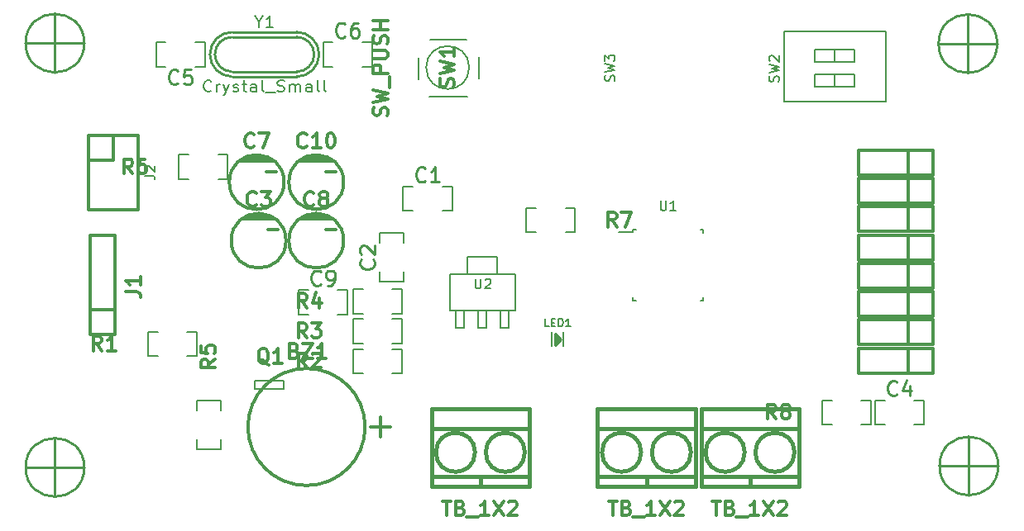
<source format=gbr>
G04 #@! TF.FileFunction,Legend,Top*
%FSLAX46Y46*%
G04 Gerber Fmt 4.6, Leading zero omitted, Abs format (unit mm)*
G04 Created by KiCad (PCBNEW 4.0.7) date 10/01/18 00:26:36*
%MOMM*%
%LPD*%
G01*
G04 APERTURE LIST*
%ADD10C,0.100000*%
%ADD11C,0.304800*%
%ADD12C,0.378460*%
%ADD13C,0.150000*%
%ADD14C,0.127000*%
%ADD15C,0.300000*%
%ADD16C,0.381000*%
%ADD17C,0.254000*%
%ADD18C,0.203200*%
%ADD19C,0.149860*%
%ADD20C,0.200660*%
%ADD21C,0.152400*%
G04 APERTURE END LIST*
D10*
D11*
X175490000Y-89170000D02*
X175490000Y-86630000D01*
X175490000Y-86630000D02*
X183110000Y-86630000D01*
X183110000Y-89170000D02*
X175490000Y-89170000D01*
X180570000Y-89170000D02*
X180570000Y-86630000D01*
X183110000Y-89170000D02*
X183110000Y-86630000D01*
X175490000Y-86270000D02*
X175490000Y-83730000D01*
X175490000Y-83730000D02*
X183110000Y-83730000D01*
X183110000Y-86270000D02*
X175490000Y-86270000D01*
X180570000Y-86270000D02*
X180570000Y-83730000D01*
X183110000Y-86270000D02*
X183110000Y-83730000D01*
X175490000Y-77570000D02*
X175490000Y-75030000D01*
X175490000Y-75030000D02*
X183110000Y-75030000D01*
X183110000Y-77570000D02*
X175490000Y-77570000D01*
X180570000Y-77570000D02*
X180570000Y-75030000D01*
X183110000Y-77570000D02*
X183110000Y-75030000D01*
X175490000Y-74670000D02*
X175490000Y-72130000D01*
X175490000Y-72130000D02*
X183110000Y-72130000D01*
X183110000Y-74670000D02*
X175490000Y-74670000D01*
X180570000Y-74670000D02*
X180570000Y-72130000D01*
X183110000Y-74670000D02*
X183110000Y-72130000D01*
X175490000Y-92070000D02*
X175490000Y-89530000D01*
X175490000Y-89530000D02*
X183110000Y-89530000D01*
X183110000Y-92070000D02*
X175490000Y-92070000D01*
X180570000Y-92070000D02*
X180570000Y-89530000D01*
X183110000Y-92070000D02*
X183110000Y-89530000D01*
X175490000Y-80470000D02*
X175490000Y-77930000D01*
X175490000Y-77930000D02*
X183110000Y-77930000D01*
X183110000Y-80470000D02*
X175490000Y-80470000D01*
X180570000Y-80470000D02*
X180570000Y-77930000D01*
X183110000Y-80470000D02*
X183110000Y-77930000D01*
X175490000Y-83370000D02*
X175490000Y-80830000D01*
X175490000Y-80830000D02*
X183110000Y-80830000D01*
X183110000Y-83370000D02*
X175490000Y-83370000D01*
X180570000Y-83370000D02*
X180570000Y-80830000D01*
X183110000Y-83370000D02*
X183110000Y-80830000D01*
X175490000Y-71770000D02*
X175490000Y-69230000D01*
X175490000Y-69230000D02*
X183110000Y-69230000D01*
X183110000Y-71770000D02*
X175490000Y-71770000D01*
X180570000Y-71770000D02*
X180570000Y-69230000D01*
X183110000Y-71770000D02*
X183110000Y-69230000D01*
D12*
X125600000Y-97600000D02*
X127600000Y-97600000D01*
X126600000Y-98600000D02*
X126600000Y-96600000D01*
X125000000Y-97600000D02*
G75*
G03X125000000Y-97600000I-6000000J0D01*
G01*
D13*
X132900000Y-75450000D02*
X133900000Y-75450000D01*
X132900000Y-72950000D02*
X133900000Y-72950000D01*
X129900000Y-72950000D02*
X128900000Y-72950000D01*
X129900000Y-75450000D02*
X128900000Y-75450000D01*
D14*
X128900000Y-72950000D02*
X128900000Y-75450000D01*
X133900000Y-75450000D02*
X133900000Y-72950000D01*
D13*
X128950000Y-78700000D02*
X128950000Y-77700000D01*
X126450000Y-78700000D02*
X126450000Y-77700000D01*
X126450000Y-81700000D02*
X126450000Y-82700000D01*
X128950000Y-81700000D02*
X128950000Y-82700000D01*
D14*
X126450000Y-82700000D02*
X128950000Y-82700000D01*
X128950000Y-77700000D02*
X126450000Y-77700000D01*
D11*
X113300000Y-75900000D02*
X114900000Y-75900000D01*
X112800000Y-76100000D02*
X115400000Y-76100000D01*
X112400000Y-76300000D02*
X115800000Y-76300000D01*
X116900000Y-78500000D02*
G75*
G03X116900000Y-78500000I-2800000J0D01*
G01*
D15*
X115100000Y-77400000D02*
X116100000Y-77400000D01*
D13*
X181200000Y-97350000D02*
X182200000Y-97350000D01*
X181200000Y-94850000D02*
X182200000Y-94850000D01*
X178200000Y-94850000D02*
X177200000Y-94850000D01*
X178200000Y-97350000D02*
X177200000Y-97350000D01*
D14*
X177200000Y-94850000D02*
X177200000Y-97350000D01*
X182200000Y-97350000D02*
X182200000Y-94850000D01*
D13*
X104600000Y-58150000D02*
X103600000Y-58150000D01*
X104600000Y-60650000D02*
X103600000Y-60650000D01*
X107600000Y-60650000D02*
X108600000Y-60650000D01*
X107600000Y-58150000D02*
X108600000Y-58150000D01*
D14*
X108600000Y-60650000D02*
X108600000Y-58150000D01*
X103600000Y-58150000D02*
X103600000Y-60650000D01*
D13*
X124700000Y-60650000D02*
X125700000Y-60650000D01*
X124700000Y-58150000D02*
X125700000Y-58150000D01*
X121700000Y-58150000D02*
X120700000Y-58150000D01*
X121700000Y-60650000D02*
X120700000Y-60650000D01*
D14*
X120700000Y-58150000D02*
X120700000Y-60650000D01*
X125700000Y-60650000D02*
X125700000Y-58150000D01*
D11*
X113100000Y-69900000D02*
X114700000Y-69900000D01*
X112600000Y-70100000D02*
X115200000Y-70100000D01*
X112200000Y-70300000D02*
X115600000Y-70300000D01*
X116700000Y-72500000D02*
G75*
G03X116700000Y-72500000I-2800000J0D01*
G01*
D15*
X114900000Y-71400000D02*
X115900000Y-71400000D01*
D11*
X119200000Y-75900000D02*
X120800000Y-75900000D01*
X118700000Y-76100000D02*
X121300000Y-76100000D01*
X118300000Y-76300000D02*
X121700000Y-76300000D01*
X122800000Y-78500000D02*
G75*
G03X122800000Y-78500000I-2800000J0D01*
G01*
D15*
X121000000Y-77400000D02*
X122000000Y-77400000D01*
D13*
X122200000Y-86050000D02*
X123200000Y-86050000D01*
X122200000Y-83550000D02*
X123200000Y-83550000D01*
X119200000Y-83550000D02*
X118200000Y-83550000D01*
X119200000Y-86050000D02*
X118200000Y-86050000D01*
D14*
X118200000Y-83550000D02*
X118200000Y-86050000D01*
X123200000Y-86050000D02*
X123200000Y-83550000D01*
D11*
X119200000Y-69900000D02*
X120800000Y-69900000D01*
X118700000Y-70100000D02*
X121300000Y-70100000D01*
X118300000Y-70300000D02*
X121700000Y-70300000D01*
X122800000Y-72500000D02*
G75*
G03X122800000Y-72500000I-2800000J0D01*
G01*
D15*
X121000000Y-71400000D02*
X122000000Y-71400000D01*
D11*
X96830000Y-85540000D02*
X99370000Y-85540000D01*
X99370000Y-77920000D02*
X99370000Y-88080000D01*
X96830000Y-88080000D02*
X96830000Y-77920000D01*
X99370000Y-88080000D02*
X96830000Y-88080000D01*
X96830000Y-77920000D02*
X99370000Y-77920000D01*
X101740000Y-67690000D02*
X101740000Y-75310000D01*
X101740000Y-75310000D02*
X96660000Y-75310000D01*
X96660000Y-75310000D02*
X96660000Y-67690000D01*
X99200000Y-67690000D02*
X99200000Y-70230000D01*
X99200000Y-70230000D02*
X96660000Y-70230000D01*
X101740000Y-67690000D02*
X96660000Y-67690000D01*
D16*
X136800000Y-102740000D02*
X136800000Y-103684500D01*
X141350000Y-100200000D02*
G75*
G03X141350000Y-100200000I-2000000J0D01*
G01*
X136250000Y-100200000D02*
G75*
G03X136250000Y-100200000I-2000000J0D01*
G01*
X131800000Y-102700000D02*
X141800000Y-102700000D01*
X131800000Y-97800000D02*
X141800000Y-97800000D01*
X131816500Y-103692500D02*
X141816500Y-103692500D01*
X141816500Y-103692500D02*
X141816500Y-95755000D01*
X141816500Y-95755000D02*
X131816500Y-95755000D01*
X131783500Y-95755000D02*
X131783500Y-103692500D01*
X153800000Y-102740000D02*
X153800000Y-103684500D01*
X158350000Y-100200000D02*
G75*
G03X158350000Y-100200000I-2000000J0D01*
G01*
X153250000Y-100200000D02*
G75*
G03X153250000Y-100200000I-2000000J0D01*
G01*
X148800000Y-102700000D02*
X158800000Y-102700000D01*
X148800000Y-97800000D02*
X158800000Y-97800000D01*
X148816500Y-103692500D02*
X158816500Y-103692500D01*
X158816500Y-103692500D02*
X158816500Y-95755000D01*
X158816500Y-95755000D02*
X148816500Y-95755000D01*
X148783500Y-95755000D02*
X148783500Y-103692500D01*
X164400000Y-102740000D02*
X164400000Y-103684500D01*
X168950000Y-100200000D02*
G75*
G03X168950000Y-100200000I-2000000J0D01*
G01*
X163850000Y-100200000D02*
G75*
G03X163850000Y-100200000I-2000000J0D01*
G01*
X159400000Y-102700000D02*
X169400000Y-102700000D01*
X159400000Y-97800000D02*
X169400000Y-97800000D01*
X159416500Y-103692500D02*
X169416500Y-103692500D01*
X169416500Y-103692500D02*
X169416500Y-95755000D01*
X169416500Y-95755000D02*
X159416500Y-95755000D01*
X159383500Y-95755000D02*
X159383500Y-103692500D01*
D17*
X144700000Y-88399340D02*
X144700000Y-88699060D01*
X144600940Y-88899720D02*
X144600940Y-88300280D01*
X144400280Y-88000560D02*
X144400280Y-89199440D01*
X144400280Y-89199440D02*
X144999720Y-88600000D01*
X144999720Y-88600000D02*
X144400280Y-88000560D01*
D18*
X145284200Y-89336600D02*
X145284200Y-87863400D01*
X144115800Y-87863400D02*
X144115800Y-89336600D01*
D14*
X113702800Y-92900000D02*
X116700000Y-92900000D01*
X116700000Y-92900000D02*
X116700000Y-93700000D01*
X116700000Y-93700000D02*
X113702800Y-93700000D01*
X113700000Y-93700000D02*
X113700000Y-92900000D01*
D13*
X106800000Y-87850000D02*
X107800000Y-87850000D01*
X106800000Y-90350000D02*
X107800000Y-90350000D01*
X107800000Y-90350000D02*
X107800000Y-87850000D01*
X102800000Y-87850000D02*
X102800000Y-90350000D01*
X102800000Y-90350000D02*
X103800000Y-90350000D01*
X103800000Y-87850000D02*
X102800000Y-87850000D01*
X127774285Y-89605001D02*
X128774285Y-89605001D01*
X127774285Y-92105001D02*
X128774285Y-92105001D01*
X128774285Y-92105001D02*
X128774285Y-89605001D01*
X123774285Y-89605001D02*
X123774285Y-92105001D01*
X123774285Y-92105001D02*
X124774285Y-92105001D01*
X124774285Y-89605001D02*
X123774285Y-89605001D01*
X127774285Y-86535001D02*
X128774285Y-86535001D01*
X127774285Y-89035001D02*
X128774285Y-89035001D01*
X128774285Y-89035001D02*
X128774285Y-86535001D01*
X123774285Y-86535001D02*
X123774285Y-89035001D01*
X123774285Y-89035001D02*
X124774285Y-89035001D01*
X124774285Y-86535001D02*
X123774285Y-86535001D01*
X127774285Y-83465001D02*
X128774285Y-83465001D01*
X127774285Y-85965001D02*
X128774285Y-85965001D01*
X128774285Y-85965001D02*
X128774285Y-83465001D01*
X123774285Y-83465001D02*
X123774285Y-85965001D01*
X123774285Y-85965001D02*
X124774285Y-85965001D01*
X124774285Y-83465001D02*
X123774285Y-83465001D01*
X110250000Y-98900000D02*
X110250000Y-99900000D01*
X107750000Y-98900000D02*
X107750000Y-99900000D01*
X107750000Y-99900000D02*
X110250000Y-99900000D01*
X110250000Y-94900000D02*
X107750000Y-94900000D01*
X107750000Y-94900000D02*
X107750000Y-95900000D01*
X110250000Y-95900000D02*
X110250000Y-94900000D01*
X109950000Y-69700000D02*
X110950000Y-69700000D01*
X109950000Y-72200000D02*
X110950000Y-72200000D01*
X110950000Y-72200000D02*
X110950000Y-69700000D01*
X105950000Y-69700000D02*
X105950000Y-72200000D01*
X105950000Y-72200000D02*
X106950000Y-72200000D01*
X106950000Y-69700000D02*
X105950000Y-69700000D01*
X142500000Y-77650000D02*
X141500000Y-77650000D01*
X142500000Y-75150000D02*
X141500000Y-75150000D01*
X141500000Y-75150000D02*
X141500000Y-77650000D01*
X146500000Y-77650000D02*
X146500000Y-75150000D01*
X146500000Y-75150000D02*
X145500000Y-75150000D01*
X145500000Y-77650000D02*
X146500000Y-77650000D01*
X175800000Y-94850000D02*
X176800000Y-94850000D01*
X175800000Y-97350000D02*
X176800000Y-97350000D01*
X176800000Y-97350000D02*
X176800000Y-94850000D01*
X171800000Y-94850000D02*
X171800000Y-97350000D01*
X171800000Y-97350000D02*
X172800000Y-97350000D01*
X172800000Y-94850000D02*
X171800000Y-94850000D01*
X131550000Y-63750000D02*
X135450000Y-63750000D01*
X136650000Y-61850000D02*
X136650000Y-59650000D01*
X131650000Y-57850000D02*
X135350000Y-57850000D01*
X130450000Y-61950000D02*
X130450000Y-59750000D01*
X135650000Y-60750000D02*
G75*
G03X135650000Y-60750000I-2200000J0D01*
G01*
X171060000Y-62740000D02*
X175120000Y-62740000D01*
X173090000Y-62740000D02*
X173090000Y-61460000D01*
X175120000Y-62740000D02*
X175120000Y-61460000D01*
X175120000Y-61460000D02*
X171060000Y-61460000D01*
X171060000Y-61460000D02*
X171060000Y-62740000D01*
X171060000Y-60200000D02*
X175120000Y-60200000D01*
X173090000Y-60200000D02*
X173090000Y-58920000D01*
X175120000Y-60200000D02*
X175120000Y-58920000D01*
X175120000Y-58920000D02*
X171060000Y-58920000D01*
X171060000Y-58920000D02*
X171060000Y-60200000D01*
X178297000Y-64259000D02*
X167883000Y-64259000D01*
X167883000Y-64259000D02*
X167883000Y-57020000D01*
X167883000Y-57020000D02*
X178297000Y-57020000D01*
X178297000Y-57020000D02*
X178297000Y-64259000D01*
X152375000Y-77375000D02*
X152375000Y-77600000D01*
X159625000Y-77375000D02*
X159625000Y-77700000D01*
X159625000Y-84625000D02*
X159625000Y-84300000D01*
X152375000Y-84625000D02*
X152375000Y-84300000D01*
X152375000Y-77375000D02*
X152700000Y-77375000D01*
X152375000Y-84625000D02*
X152700000Y-84625000D01*
X159625000Y-84625000D02*
X159300000Y-84625000D01*
X159625000Y-77375000D02*
X159300000Y-77375000D01*
X152375000Y-77600000D02*
X150950000Y-77600000D01*
D14*
X135450600Y-80155100D02*
X138549400Y-80155100D01*
X138549400Y-80155100D02*
X138549400Y-81945800D01*
X135450600Y-80155100D02*
X135450600Y-81945800D01*
X138892300Y-87444900D02*
X139705100Y-87444900D01*
X139705100Y-87444900D02*
X139705100Y-85654200D01*
X138892300Y-87444900D02*
X138892300Y-85654200D01*
X136593600Y-87444900D02*
X136593600Y-85654200D01*
X137406400Y-87444900D02*
X137406400Y-85654200D01*
X136593600Y-87444900D02*
X137406400Y-87444900D01*
X134294900Y-87444900D02*
X135107700Y-87444900D01*
X135107700Y-87444900D02*
X135107700Y-85654200D01*
X134294900Y-87444900D02*
X134294900Y-85654200D01*
X140352800Y-85654200D02*
X133647200Y-85654200D01*
X133647200Y-85654200D02*
X133647200Y-81945800D01*
X133647200Y-81945800D02*
X140352800Y-81945800D01*
X140352800Y-81945800D02*
X140352800Y-85654200D01*
D17*
X120288000Y-59400000D02*
G75*
G03X118002000Y-57114000I-2286000J0D01*
G01*
X111398000Y-61178000D02*
X118002000Y-61178000D01*
X118002000Y-57622000D02*
X111398000Y-57622000D01*
X118002000Y-61178000D02*
G75*
G03X119780000Y-59400000I0J1778000D01*
G01*
X119780000Y-59400000D02*
G75*
G03X118002000Y-57622000I-1778000J0D01*
G01*
X109620000Y-59400000D02*
G75*
G03X111398000Y-61178000I1778000J0D01*
G01*
X111398000Y-57622000D02*
G75*
G03X109620000Y-59400000I0J-1778000D01*
G01*
X118002000Y-61686000D02*
G75*
G03X120288000Y-59400000I0J2286000D01*
G01*
X118002000Y-61686000D02*
X111398000Y-61686000D01*
X111398000Y-57114000D02*
X118002000Y-57114000D01*
X109112000Y-59400000D02*
G75*
G03X111398000Y-61686000I2286000J0D01*
G01*
X111398000Y-57114000D02*
G75*
G03X109112000Y-59400000I0J-2286000D01*
G01*
X189700000Y-58300000D02*
G75*
G03X189700000Y-58300000I-3000000J0D01*
G01*
X183700000Y-58300000D02*
X189700000Y-58300000D01*
X186700000Y-55300000D02*
X186700000Y-61300000D01*
X96250000Y-58250000D02*
G75*
G03X96250000Y-58250000I-3000000J0D01*
G01*
X90250000Y-58250000D02*
X96250000Y-58250000D01*
X93250000Y-55250000D02*
X93250000Y-61250000D01*
X96250000Y-101750000D02*
G75*
G03X96250000Y-101750000I-3000000J0D01*
G01*
X90250000Y-101750000D02*
X96250000Y-101750000D01*
X93250000Y-98750000D02*
X93250000Y-104750000D01*
X189800000Y-101600000D02*
G75*
G03X189800000Y-101600000I-3000000J0D01*
G01*
X183800000Y-101600000D02*
X189800000Y-101600000D01*
X186800000Y-98600000D02*
X186800000Y-104600000D01*
D15*
X117778572Y-89792857D02*
X117992858Y-89864286D01*
X118064286Y-89935714D01*
X118135715Y-90078571D01*
X118135715Y-90292857D01*
X118064286Y-90435714D01*
X117992858Y-90507143D01*
X117850000Y-90578571D01*
X117278572Y-90578571D01*
X117278572Y-89078571D01*
X117778572Y-89078571D01*
X117921429Y-89150000D01*
X117992858Y-89221429D01*
X118064286Y-89364286D01*
X118064286Y-89507143D01*
X117992858Y-89650000D01*
X117921429Y-89721429D01*
X117778572Y-89792857D01*
X117278572Y-89792857D01*
X118635715Y-89078571D02*
X119635715Y-89078571D01*
X118635715Y-90578571D01*
X119635715Y-90578571D01*
X120992857Y-90578571D02*
X120135714Y-90578571D01*
X120564286Y-90578571D02*
X120564286Y-89078571D01*
X120421429Y-89292857D01*
X120278571Y-89435714D01*
X120135714Y-89507143D01*
D17*
X131146000Y-72344286D02*
X131073429Y-72416857D01*
X130855715Y-72489429D01*
X130710572Y-72489429D01*
X130492857Y-72416857D01*
X130347715Y-72271714D01*
X130275143Y-72126571D01*
X130202572Y-71836286D01*
X130202572Y-71618571D01*
X130275143Y-71328286D01*
X130347715Y-71183143D01*
X130492857Y-71038000D01*
X130710572Y-70965429D01*
X130855715Y-70965429D01*
X131073429Y-71038000D01*
X131146000Y-71110571D01*
X132597429Y-72489429D02*
X131726572Y-72489429D01*
X132162000Y-72489429D02*
X132162000Y-70965429D01*
X132016857Y-71183143D01*
X131871715Y-71328286D01*
X131726572Y-71400857D01*
X125844286Y-80454000D02*
X125916857Y-80526571D01*
X125989429Y-80744285D01*
X125989429Y-80889428D01*
X125916857Y-81107143D01*
X125771714Y-81252285D01*
X125626571Y-81324857D01*
X125336286Y-81397428D01*
X125118571Y-81397428D01*
X124828286Y-81324857D01*
X124683143Y-81252285D01*
X124538000Y-81107143D01*
X124465429Y-80889428D01*
X124465429Y-80744285D01*
X124538000Y-80526571D01*
X124610571Y-80454000D01*
X124610571Y-79873428D02*
X124538000Y-79800857D01*
X124465429Y-79655714D01*
X124465429Y-79292857D01*
X124538000Y-79147714D01*
X124610571Y-79075143D01*
X124755714Y-79002571D01*
X124900857Y-79002571D01*
X125118571Y-79075143D01*
X125989429Y-79946000D01*
X125989429Y-79002571D01*
D11*
X113846000Y-74844286D02*
X113773429Y-74916857D01*
X113555715Y-74989429D01*
X113410572Y-74989429D01*
X113192857Y-74916857D01*
X113047715Y-74771714D01*
X112975143Y-74626571D01*
X112902572Y-74336286D01*
X112902572Y-74118571D01*
X112975143Y-73828286D01*
X113047715Y-73683143D01*
X113192857Y-73538000D01*
X113410572Y-73465429D01*
X113555715Y-73465429D01*
X113773429Y-73538000D01*
X113846000Y-73610571D01*
X114354000Y-73465429D02*
X115297429Y-73465429D01*
X114789429Y-74046000D01*
X115007143Y-74046000D01*
X115152286Y-74118571D01*
X115224857Y-74191143D01*
X115297429Y-74336286D01*
X115297429Y-74699143D01*
X115224857Y-74844286D01*
X115152286Y-74916857D01*
X115007143Y-74989429D01*
X114571715Y-74989429D01*
X114426572Y-74916857D01*
X114354000Y-74844286D01*
D17*
X179446000Y-94244286D02*
X179373429Y-94316857D01*
X179155715Y-94389429D01*
X179010572Y-94389429D01*
X178792857Y-94316857D01*
X178647715Y-94171714D01*
X178575143Y-94026571D01*
X178502572Y-93736286D01*
X178502572Y-93518571D01*
X178575143Y-93228286D01*
X178647715Y-93083143D01*
X178792857Y-92938000D01*
X179010572Y-92865429D01*
X179155715Y-92865429D01*
X179373429Y-92938000D01*
X179446000Y-93010571D01*
X180752286Y-93373429D02*
X180752286Y-94389429D01*
X180389429Y-92792857D02*
X180026572Y-93881429D01*
X180970000Y-93881429D01*
X105846000Y-62344286D02*
X105773429Y-62416857D01*
X105555715Y-62489429D01*
X105410572Y-62489429D01*
X105192857Y-62416857D01*
X105047715Y-62271714D01*
X104975143Y-62126571D01*
X104902572Y-61836286D01*
X104902572Y-61618571D01*
X104975143Y-61328286D01*
X105047715Y-61183143D01*
X105192857Y-61038000D01*
X105410572Y-60965429D01*
X105555715Y-60965429D01*
X105773429Y-61038000D01*
X105846000Y-61110571D01*
X107224857Y-60965429D02*
X106499143Y-60965429D01*
X106426572Y-61691143D01*
X106499143Y-61618571D01*
X106644286Y-61546000D01*
X107007143Y-61546000D01*
X107152286Y-61618571D01*
X107224857Y-61691143D01*
X107297429Y-61836286D01*
X107297429Y-62199143D01*
X107224857Y-62344286D01*
X107152286Y-62416857D01*
X107007143Y-62489429D01*
X106644286Y-62489429D01*
X106499143Y-62416857D01*
X106426572Y-62344286D01*
X122946000Y-57544286D02*
X122873429Y-57616857D01*
X122655715Y-57689429D01*
X122510572Y-57689429D01*
X122292857Y-57616857D01*
X122147715Y-57471714D01*
X122075143Y-57326571D01*
X122002572Y-57036286D01*
X122002572Y-56818571D01*
X122075143Y-56528286D01*
X122147715Y-56383143D01*
X122292857Y-56238000D01*
X122510572Y-56165429D01*
X122655715Y-56165429D01*
X122873429Y-56238000D01*
X122946000Y-56310571D01*
X124252286Y-56165429D02*
X123962000Y-56165429D01*
X123816857Y-56238000D01*
X123744286Y-56310571D01*
X123599143Y-56528286D01*
X123526572Y-56818571D01*
X123526572Y-57399143D01*
X123599143Y-57544286D01*
X123671715Y-57616857D01*
X123816857Y-57689429D01*
X124107143Y-57689429D01*
X124252286Y-57616857D01*
X124324857Y-57544286D01*
X124397429Y-57399143D01*
X124397429Y-57036286D01*
X124324857Y-56891143D01*
X124252286Y-56818571D01*
X124107143Y-56746000D01*
X123816857Y-56746000D01*
X123671715Y-56818571D01*
X123599143Y-56891143D01*
X123526572Y-57036286D01*
D11*
X113646000Y-68844286D02*
X113573429Y-68916857D01*
X113355715Y-68989429D01*
X113210572Y-68989429D01*
X112992857Y-68916857D01*
X112847715Y-68771714D01*
X112775143Y-68626571D01*
X112702572Y-68336286D01*
X112702572Y-68118571D01*
X112775143Y-67828286D01*
X112847715Y-67683143D01*
X112992857Y-67538000D01*
X113210572Y-67465429D01*
X113355715Y-67465429D01*
X113573429Y-67538000D01*
X113646000Y-67610571D01*
X114154000Y-67465429D02*
X115170000Y-67465429D01*
X114516857Y-68989429D01*
X119746000Y-74844286D02*
X119673429Y-74916857D01*
X119455715Y-74989429D01*
X119310572Y-74989429D01*
X119092857Y-74916857D01*
X118947715Y-74771714D01*
X118875143Y-74626571D01*
X118802572Y-74336286D01*
X118802572Y-74118571D01*
X118875143Y-73828286D01*
X118947715Y-73683143D01*
X119092857Y-73538000D01*
X119310572Y-73465429D01*
X119455715Y-73465429D01*
X119673429Y-73538000D01*
X119746000Y-73610571D01*
X120616857Y-74118571D02*
X120471715Y-74046000D01*
X120399143Y-73973429D01*
X120326572Y-73828286D01*
X120326572Y-73755714D01*
X120399143Y-73610571D01*
X120471715Y-73538000D01*
X120616857Y-73465429D01*
X120907143Y-73465429D01*
X121052286Y-73538000D01*
X121124857Y-73610571D01*
X121197429Y-73755714D01*
X121197429Y-73828286D01*
X121124857Y-73973429D01*
X121052286Y-74046000D01*
X120907143Y-74118571D01*
X120616857Y-74118571D01*
X120471715Y-74191143D01*
X120399143Y-74263714D01*
X120326572Y-74408857D01*
X120326572Y-74699143D01*
X120399143Y-74844286D01*
X120471715Y-74916857D01*
X120616857Y-74989429D01*
X120907143Y-74989429D01*
X121052286Y-74916857D01*
X121124857Y-74844286D01*
X121197429Y-74699143D01*
X121197429Y-74408857D01*
X121124857Y-74263714D01*
X121052286Y-74191143D01*
X120907143Y-74118571D01*
D17*
X120446000Y-82944286D02*
X120373429Y-83016857D01*
X120155715Y-83089429D01*
X120010572Y-83089429D01*
X119792857Y-83016857D01*
X119647715Y-82871714D01*
X119575143Y-82726571D01*
X119502572Y-82436286D01*
X119502572Y-82218571D01*
X119575143Y-81928286D01*
X119647715Y-81783143D01*
X119792857Y-81638000D01*
X120010572Y-81565429D01*
X120155715Y-81565429D01*
X120373429Y-81638000D01*
X120446000Y-81710571D01*
X121171715Y-83089429D02*
X121462000Y-83089429D01*
X121607143Y-83016857D01*
X121679715Y-82944286D01*
X121824857Y-82726571D01*
X121897429Y-82436286D01*
X121897429Y-81855714D01*
X121824857Y-81710571D01*
X121752286Y-81638000D01*
X121607143Y-81565429D01*
X121316857Y-81565429D01*
X121171715Y-81638000D01*
X121099143Y-81710571D01*
X121026572Y-81855714D01*
X121026572Y-82218571D01*
X121099143Y-82363714D01*
X121171715Y-82436286D01*
X121316857Y-82508857D01*
X121607143Y-82508857D01*
X121752286Y-82436286D01*
X121824857Y-82363714D01*
X121897429Y-82218571D01*
D11*
X119020285Y-68844286D02*
X118947714Y-68916857D01*
X118730000Y-68989429D01*
X118584857Y-68989429D01*
X118367142Y-68916857D01*
X118222000Y-68771714D01*
X118149428Y-68626571D01*
X118076857Y-68336286D01*
X118076857Y-68118571D01*
X118149428Y-67828286D01*
X118222000Y-67683143D01*
X118367142Y-67538000D01*
X118584857Y-67465429D01*
X118730000Y-67465429D01*
X118947714Y-67538000D01*
X119020285Y-67610571D01*
X120471714Y-68989429D02*
X119600857Y-68989429D01*
X120036285Y-68989429D02*
X120036285Y-67465429D01*
X119891142Y-67683143D01*
X119746000Y-67828286D01*
X119600857Y-67900857D01*
X121415143Y-67465429D02*
X121560286Y-67465429D01*
X121705429Y-67538000D01*
X121778000Y-67610571D01*
X121850571Y-67755714D01*
X121923143Y-68046000D01*
X121923143Y-68408857D01*
X121850571Y-68699143D01*
X121778000Y-68844286D01*
X121705429Y-68916857D01*
X121560286Y-68989429D01*
X121415143Y-68989429D01*
X121270000Y-68916857D01*
X121197429Y-68844286D01*
X121124857Y-68699143D01*
X121052286Y-68408857D01*
X121052286Y-68046000D01*
X121124857Y-67755714D01*
X121197429Y-67610571D01*
X121270000Y-67538000D01*
X121415143Y-67465429D01*
D15*
X100504371Y-83703200D02*
X101575800Y-83703200D01*
X101790086Y-83774628D01*
X101932943Y-83917485D01*
X102004371Y-84131771D01*
X102004371Y-84274628D01*
X102004371Y-82203200D02*
X102004371Y-83060343D01*
X102004371Y-82631771D02*
X100504371Y-82631771D01*
X100718657Y-82774628D01*
X100861514Y-82917486D01*
X100932943Y-83060343D01*
D18*
X102453619Y-71838667D02*
X103179333Y-71838667D01*
X103324476Y-71887047D01*
X103421238Y-71983809D01*
X103469619Y-72128952D01*
X103469619Y-72225714D01*
X102550381Y-71403238D02*
X102502000Y-71354857D01*
X102453619Y-71258095D01*
X102453619Y-71016191D01*
X102502000Y-70919429D01*
X102550381Y-70871048D01*
X102647143Y-70822667D01*
X102743905Y-70822667D01*
X102889048Y-70871048D01*
X103469619Y-71451619D01*
X103469619Y-70822667D01*
D15*
X132907144Y-105178571D02*
X133764287Y-105178571D01*
X133335716Y-106678571D02*
X133335716Y-105178571D01*
X134764287Y-105892857D02*
X134978573Y-105964286D01*
X135050001Y-106035714D01*
X135121430Y-106178571D01*
X135121430Y-106392857D01*
X135050001Y-106535714D01*
X134978573Y-106607143D01*
X134835715Y-106678571D01*
X134264287Y-106678571D01*
X134264287Y-105178571D01*
X134764287Y-105178571D01*
X134907144Y-105250000D01*
X134978573Y-105321429D01*
X135050001Y-105464286D01*
X135050001Y-105607143D01*
X134978573Y-105750000D01*
X134907144Y-105821429D01*
X134764287Y-105892857D01*
X134264287Y-105892857D01*
X135407144Y-106821429D02*
X136550001Y-106821429D01*
X137692858Y-106678571D02*
X136835715Y-106678571D01*
X137264287Y-106678571D02*
X137264287Y-105178571D01*
X137121430Y-105392857D01*
X136978572Y-105535714D01*
X136835715Y-105607143D01*
X138192858Y-105178571D02*
X139192858Y-106678571D01*
X139192858Y-105178571D02*
X138192858Y-106678571D01*
X139692857Y-105321429D02*
X139764286Y-105250000D01*
X139907143Y-105178571D01*
X140264286Y-105178571D01*
X140407143Y-105250000D01*
X140478572Y-105321429D01*
X140550000Y-105464286D01*
X140550000Y-105607143D01*
X140478572Y-105821429D01*
X139621429Y-106678571D01*
X140550000Y-106678571D01*
X149907144Y-105178571D02*
X150764287Y-105178571D01*
X150335716Y-106678571D02*
X150335716Y-105178571D01*
X151764287Y-105892857D02*
X151978573Y-105964286D01*
X152050001Y-106035714D01*
X152121430Y-106178571D01*
X152121430Y-106392857D01*
X152050001Y-106535714D01*
X151978573Y-106607143D01*
X151835715Y-106678571D01*
X151264287Y-106678571D01*
X151264287Y-105178571D01*
X151764287Y-105178571D01*
X151907144Y-105250000D01*
X151978573Y-105321429D01*
X152050001Y-105464286D01*
X152050001Y-105607143D01*
X151978573Y-105750000D01*
X151907144Y-105821429D01*
X151764287Y-105892857D01*
X151264287Y-105892857D01*
X152407144Y-106821429D02*
X153550001Y-106821429D01*
X154692858Y-106678571D02*
X153835715Y-106678571D01*
X154264287Y-106678571D02*
X154264287Y-105178571D01*
X154121430Y-105392857D01*
X153978572Y-105535714D01*
X153835715Y-105607143D01*
X155192858Y-105178571D02*
X156192858Y-106678571D01*
X156192858Y-105178571D02*
X155192858Y-106678571D01*
X156692857Y-105321429D02*
X156764286Y-105250000D01*
X156907143Y-105178571D01*
X157264286Y-105178571D01*
X157407143Y-105250000D01*
X157478572Y-105321429D01*
X157550000Y-105464286D01*
X157550000Y-105607143D01*
X157478572Y-105821429D01*
X156621429Y-106678571D01*
X157550000Y-106678571D01*
X160507144Y-105178571D02*
X161364287Y-105178571D01*
X160935716Y-106678571D02*
X160935716Y-105178571D01*
X162364287Y-105892857D02*
X162578573Y-105964286D01*
X162650001Y-106035714D01*
X162721430Y-106178571D01*
X162721430Y-106392857D01*
X162650001Y-106535714D01*
X162578573Y-106607143D01*
X162435715Y-106678571D01*
X161864287Y-106678571D01*
X161864287Y-105178571D01*
X162364287Y-105178571D01*
X162507144Y-105250000D01*
X162578573Y-105321429D01*
X162650001Y-105464286D01*
X162650001Y-105607143D01*
X162578573Y-105750000D01*
X162507144Y-105821429D01*
X162364287Y-105892857D01*
X161864287Y-105892857D01*
X163007144Y-106821429D02*
X164150001Y-106821429D01*
X165292858Y-106678571D02*
X164435715Y-106678571D01*
X164864287Y-106678571D02*
X164864287Y-105178571D01*
X164721430Y-105392857D01*
X164578572Y-105535714D01*
X164435715Y-105607143D01*
X165792858Y-105178571D02*
X166792858Y-106678571D01*
X166792858Y-105178571D02*
X165792858Y-106678571D01*
X167292857Y-105321429D02*
X167364286Y-105250000D01*
X167507143Y-105178571D01*
X167864286Y-105178571D01*
X168007143Y-105250000D01*
X168078572Y-105321429D01*
X168150000Y-105464286D01*
X168150000Y-105607143D01*
X168078572Y-105821429D01*
X167221429Y-106678571D01*
X168150000Y-106678571D01*
D19*
X143804650Y-87310950D02*
X143423650Y-87310950D01*
X143423650Y-86510850D01*
X144071350Y-86891850D02*
X144338050Y-86891850D01*
X144452350Y-87310950D02*
X144071350Y-87310950D01*
X144071350Y-86510850D01*
X144452350Y-86510850D01*
X144795250Y-87310950D02*
X144795250Y-86510850D01*
X144985750Y-86510850D01*
X145100050Y-86548950D01*
X145176250Y-86625150D01*
X145214350Y-86701350D01*
X145252450Y-86853750D01*
X145252450Y-86968050D01*
X145214350Y-87120450D01*
X145176250Y-87196650D01*
X145100050Y-87272850D01*
X144985750Y-87310950D01*
X144795250Y-87310950D01*
X146014450Y-87310950D02*
X145557250Y-87310950D01*
X145785850Y-87310950D02*
X145785850Y-86510850D01*
X145709650Y-86625150D01*
X145633450Y-86701350D01*
X145557250Y-86739450D01*
D15*
X115157143Y-91221429D02*
X115014286Y-91150000D01*
X114871429Y-91007143D01*
X114657143Y-90792857D01*
X114514286Y-90721429D01*
X114371429Y-90721429D01*
X114442857Y-91078571D02*
X114300000Y-91007143D01*
X114157143Y-90864286D01*
X114085714Y-90578571D01*
X114085714Y-90078571D01*
X114157143Y-89792857D01*
X114300000Y-89650000D01*
X114442857Y-89578571D01*
X114728571Y-89578571D01*
X114871429Y-89650000D01*
X115014286Y-89792857D01*
X115085714Y-90078571D01*
X115085714Y-90578571D01*
X115014286Y-90864286D01*
X114871429Y-91007143D01*
X114728571Y-91078571D01*
X114442857Y-91078571D01*
X116514286Y-91078571D02*
X115657143Y-91078571D01*
X116085715Y-91078571D02*
X116085715Y-89578571D01*
X115942858Y-89792857D01*
X115800000Y-89935714D01*
X115657143Y-90007143D01*
X98050001Y-89778571D02*
X97550001Y-89064286D01*
X97192858Y-89778571D02*
X97192858Y-88278571D01*
X97764286Y-88278571D01*
X97907144Y-88350000D01*
X97978572Y-88421429D01*
X98050001Y-88564286D01*
X98050001Y-88778571D01*
X97978572Y-88921429D01*
X97907144Y-88992857D01*
X97764286Y-89064286D01*
X97192858Y-89064286D01*
X99478572Y-89778571D02*
X98621429Y-89778571D01*
X99050001Y-89778571D02*
X99050001Y-88278571D01*
X98907144Y-88492857D01*
X98764286Y-88635714D01*
X98621429Y-88707143D01*
X119024286Y-91533572D02*
X118524286Y-90819287D01*
X118167143Y-91533572D02*
X118167143Y-90033572D01*
X118738571Y-90033572D01*
X118881429Y-90105001D01*
X118952857Y-90176430D01*
X119024286Y-90319287D01*
X119024286Y-90533572D01*
X118952857Y-90676430D01*
X118881429Y-90747858D01*
X118738571Y-90819287D01*
X118167143Y-90819287D01*
X119595714Y-90176430D02*
X119667143Y-90105001D01*
X119810000Y-90033572D01*
X120167143Y-90033572D01*
X120310000Y-90105001D01*
X120381429Y-90176430D01*
X120452857Y-90319287D01*
X120452857Y-90462144D01*
X120381429Y-90676430D01*
X119524286Y-91533572D01*
X120452857Y-91533572D01*
X119024286Y-88463572D02*
X118524286Y-87749287D01*
X118167143Y-88463572D02*
X118167143Y-86963572D01*
X118738571Y-86963572D01*
X118881429Y-87035001D01*
X118952857Y-87106430D01*
X119024286Y-87249287D01*
X119024286Y-87463572D01*
X118952857Y-87606430D01*
X118881429Y-87677858D01*
X118738571Y-87749287D01*
X118167143Y-87749287D01*
X119524286Y-86963572D02*
X120452857Y-86963572D01*
X119952857Y-87535001D01*
X120167143Y-87535001D01*
X120310000Y-87606430D01*
X120381429Y-87677858D01*
X120452857Y-87820715D01*
X120452857Y-88177858D01*
X120381429Y-88320715D01*
X120310000Y-88392144D01*
X120167143Y-88463572D01*
X119738571Y-88463572D01*
X119595714Y-88392144D01*
X119524286Y-88320715D01*
X119024286Y-85393572D02*
X118524286Y-84679287D01*
X118167143Y-85393572D02*
X118167143Y-83893572D01*
X118738571Y-83893572D01*
X118881429Y-83965001D01*
X118952857Y-84036430D01*
X119024286Y-84179287D01*
X119024286Y-84393572D01*
X118952857Y-84536430D01*
X118881429Y-84607858D01*
X118738571Y-84679287D01*
X118167143Y-84679287D01*
X120310000Y-84393572D02*
X120310000Y-85393572D01*
X119952857Y-83822144D02*
X119595714Y-84893572D01*
X120524286Y-84893572D01*
X109678571Y-90649999D02*
X108964286Y-91149999D01*
X109678571Y-91507142D02*
X108178571Y-91507142D01*
X108178571Y-90935714D01*
X108250000Y-90792856D01*
X108321429Y-90721428D01*
X108464286Y-90649999D01*
X108678571Y-90649999D01*
X108821429Y-90721428D01*
X108892857Y-90792856D01*
X108964286Y-90935714D01*
X108964286Y-91507142D01*
X108178571Y-89292856D02*
X108178571Y-90007142D01*
X108892857Y-90078571D01*
X108821429Y-90007142D01*
X108750000Y-89864285D01*
X108750000Y-89507142D01*
X108821429Y-89364285D01*
X108892857Y-89292856D01*
X109035714Y-89221428D01*
X109392857Y-89221428D01*
X109535714Y-89292856D01*
X109607143Y-89364285D01*
X109678571Y-89507142D01*
X109678571Y-89864285D01*
X109607143Y-90007142D01*
X109535714Y-90078571D01*
X101200001Y-71628571D02*
X100700001Y-70914286D01*
X100342858Y-71628571D02*
X100342858Y-70128571D01*
X100914286Y-70128571D01*
X101057144Y-70200000D01*
X101128572Y-70271429D01*
X101200001Y-70414286D01*
X101200001Y-70628571D01*
X101128572Y-70771429D01*
X101057144Y-70842857D01*
X100914286Y-70914286D01*
X100342858Y-70914286D01*
X102485715Y-70128571D02*
X102200001Y-70128571D01*
X102057144Y-70200000D01*
X101985715Y-70271429D01*
X101842858Y-70485714D01*
X101771429Y-70771429D01*
X101771429Y-71342857D01*
X101842858Y-71485714D01*
X101914286Y-71557143D01*
X102057144Y-71628571D01*
X102342858Y-71628571D01*
X102485715Y-71557143D01*
X102557144Y-71485714D01*
X102628572Y-71342857D01*
X102628572Y-70985714D01*
X102557144Y-70842857D01*
X102485715Y-70771429D01*
X102342858Y-70700000D01*
X102057144Y-70700000D01*
X101914286Y-70771429D01*
X101842858Y-70842857D01*
X101771429Y-70985714D01*
X150750001Y-77078571D02*
X150250001Y-76364286D01*
X149892858Y-77078571D02*
X149892858Y-75578571D01*
X150464286Y-75578571D01*
X150607144Y-75650000D01*
X150678572Y-75721429D01*
X150750001Y-75864286D01*
X150750001Y-76078571D01*
X150678572Y-76221429D01*
X150607144Y-76292857D01*
X150464286Y-76364286D01*
X149892858Y-76364286D01*
X151250001Y-75578571D02*
X152250001Y-75578571D01*
X151607144Y-77078571D01*
X167050001Y-96778571D02*
X166550001Y-96064286D01*
X166192858Y-96778571D02*
X166192858Y-95278571D01*
X166764286Y-95278571D01*
X166907144Y-95350000D01*
X166978572Y-95421429D01*
X167050001Y-95564286D01*
X167050001Y-95778571D01*
X166978572Y-95921429D01*
X166907144Y-95992857D01*
X166764286Y-96064286D01*
X166192858Y-96064286D01*
X167907144Y-95921429D02*
X167764286Y-95850000D01*
X167692858Y-95778571D01*
X167621429Y-95635714D01*
X167621429Y-95564286D01*
X167692858Y-95421429D01*
X167764286Y-95350000D01*
X167907144Y-95278571D01*
X168192858Y-95278571D01*
X168335715Y-95350000D01*
X168407144Y-95421429D01*
X168478572Y-95564286D01*
X168478572Y-95635714D01*
X168407144Y-95778571D01*
X168335715Y-95850000D01*
X168192858Y-95921429D01*
X167907144Y-95921429D01*
X167764286Y-95992857D01*
X167692858Y-96064286D01*
X167621429Y-96207143D01*
X167621429Y-96492857D01*
X167692858Y-96635714D01*
X167764286Y-96707143D01*
X167907144Y-96778571D01*
X168192858Y-96778571D01*
X168335715Y-96707143D01*
X168407144Y-96635714D01*
X168478572Y-96492857D01*
X168478572Y-96207143D01*
X168407144Y-96064286D01*
X168335715Y-95992857D01*
X168192858Y-95921429D01*
X134057143Y-62750000D02*
X134128571Y-62535714D01*
X134128571Y-62178571D01*
X134057143Y-62035714D01*
X133985714Y-61964285D01*
X133842857Y-61892857D01*
X133700000Y-61892857D01*
X133557143Y-61964285D01*
X133485714Y-62035714D01*
X133414286Y-62178571D01*
X133342857Y-62464285D01*
X133271429Y-62607143D01*
X133200000Y-62678571D01*
X133057143Y-62750000D01*
X132914286Y-62750000D01*
X132771429Y-62678571D01*
X132700000Y-62607143D01*
X132628571Y-62464285D01*
X132628571Y-62107143D01*
X132700000Y-61892857D01*
X132628571Y-61392857D02*
X134128571Y-61035714D01*
X133057143Y-60750000D01*
X134128571Y-60464286D01*
X132628571Y-60107143D01*
X134128571Y-58750000D02*
X134128571Y-59607143D01*
X134128571Y-59178571D02*
X132628571Y-59178571D01*
X132842857Y-59321428D01*
X132985714Y-59464286D01*
X133057143Y-59607143D01*
X127257143Y-65692857D02*
X127328571Y-65478571D01*
X127328571Y-65121428D01*
X127257143Y-64978571D01*
X127185714Y-64907142D01*
X127042857Y-64835714D01*
X126900000Y-64835714D01*
X126757143Y-64907142D01*
X126685714Y-64978571D01*
X126614286Y-65121428D01*
X126542857Y-65407142D01*
X126471429Y-65550000D01*
X126400000Y-65621428D01*
X126257143Y-65692857D01*
X126114286Y-65692857D01*
X125971429Y-65621428D01*
X125900000Y-65550000D01*
X125828571Y-65407142D01*
X125828571Y-65050000D01*
X125900000Y-64835714D01*
X125828571Y-64335714D02*
X127328571Y-63978571D01*
X126257143Y-63692857D01*
X127328571Y-63407143D01*
X125828571Y-63050000D01*
X127471429Y-62835714D02*
X127471429Y-61692857D01*
X127328571Y-61335714D02*
X125828571Y-61335714D01*
X125828571Y-60764286D01*
X125900000Y-60621428D01*
X125971429Y-60550000D01*
X126114286Y-60478571D01*
X126328571Y-60478571D01*
X126471429Y-60550000D01*
X126542857Y-60621428D01*
X126614286Y-60764286D01*
X126614286Y-61335714D01*
X125828571Y-59835714D02*
X127042857Y-59835714D01*
X127185714Y-59764286D01*
X127257143Y-59692857D01*
X127328571Y-59550000D01*
X127328571Y-59264286D01*
X127257143Y-59121428D01*
X127185714Y-59050000D01*
X127042857Y-58978571D01*
X125828571Y-58978571D01*
X127257143Y-58335714D02*
X127328571Y-58121428D01*
X127328571Y-57764285D01*
X127257143Y-57621428D01*
X127185714Y-57549999D01*
X127042857Y-57478571D01*
X126900000Y-57478571D01*
X126757143Y-57549999D01*
X126685714Y-57621428D01*
X126614286Y-57764285D01*
X126542857Y-58049999D01*
X126471429Y-58192857D01*
X126400000Y-58264285D01*
X126257143Y-58335714D01*
X126114286Y-58335714D01*
X125971429Y-58264285D01*
X125900000Y-58192857D01*
X125828571Y-58049999D01*
X125828571Y-57692857D01*
X125900000Y-57478571D01*
X127328571Y-56835714D02*
X125828571Y-56835714D01*
X126542857Y-56835714D02*
X126542857Y-55978571D01*
X127328571Y-55978571D02*
X125828571Y-55978571D01*
D13*
X167304762Y-62183333D02*
X167352381Y-62040476D01*
X167352381Y-61802380D01*
X167304762Y-61707142D01*
X167257143Y-61659523D01*
X167161905Y-61611904D01*
X167066667Y-61611904D01*
X166971429Y-61659523D01*
X166923810Y-61707142D01*
X166876190Y-61802380D01*
X166828571Y-61992857D01*
X166780952Y-62088095D01*
X166733333Y-62135714D01*
X166638095Y-62183333D01*
X166542857Y-62183333D01*
X166447619Y-62135714D01*
X166400000Y-62088095D01*
X166352381Y-61992857D01*
X166352381Y-61754761D01*
X166400000Y-61611904D01*
X166352381Y-61278571D02*
X167352381Y-61040476D01*
X166638095Y-60849999D01*
X167352381Y-60659523D01*
X166352381Y-60421428D01*
X166447619Y-60088095D02*
X166400000Y-60040476D01*
X166352381Y-59945238D01*
X166352381Y-59707142D01*
X166400000Y-59611904D01*
X166447619Y-59564285D01*
X166542857Y-59516666D01*
X166638095Y-59516666D01*
X166780952Y-59564285D01*
X167352381Y-60135714D01*
X167352381Y-59516666D01*
X150504762Y-62133333D02*
X150552381Y-61990476D01*
X150552381Y-61752380D01*
X150504762Y-61657142D01*
X150457143Y-61609523D01*
X150361905Y-61561904D01*
X150266667Y-61561904D01*
X150171429Y-61609523D01*
X150123810Y-61657142D01*
X150076190Y-61752380D01*
X150028571Y-61942857D01*
X149980952Y-62038095D01*
X149933333Y-62085714D01*
X149838095Y-62133333D01*
X149742857Y-62133333D01*
X149647619Y-62085714D01*
X149600000Y-62038095D01*
X149552381Y-61942857D01*
X149552381Y-61704761D01*
X149600000Y-61561904D01*
X149552381Y-61228571D02*
X150552381Y-60990476D01*
X149838095Y-60799999D01*
X150552381Y-60609523D01*
X149552381Y-60371428D01*
X149552381Y-60085714D02*
X149552381Y-59466666D01*
X149933333Y-59800000D01*
X149933333Y-59657142D01*
X149980952Y-59561904D01*
X150028571Y-59514285D01*
X150123810Y-59466666D01*
X150361905Y-59466666D01*
X150457143Y-59514285D01*
X150504762Y-59561904D01*
X150552381Y-59657142D01*
X150552381Y-59942857D01*
X150504762Y-60038095D01*
X150457143Y-60085714D01*
X155238095Y-74402381D02*
X155238095Y-75211905D01*
X155285714Y-75307143D01*
X155333333Y-75354762D01*
X155428571Y-75402381D01*
X155619048Y-75402381D01*
X155714286Y-75354762D01*
X155761905Y-75307143D01*
X155809524Y-75211905D01*
X155809524Y-74402381D01*
X156809524Y-75402381D02*
X156238095Y-75402381D01*
X156523809Y-75402381D02*
X156523809Y-74402381D01*
X156428571Y-74545238D01*
X156333333Y-74640476D01*
X156238095Y-74688095D01*
D20*
X136288316Y-82413765D02*
X136288316Y-83223904D01*
X136335971Y-83319214D01*
X136383627Y-83366870D01*
X136478937Y-83414525D01*
X136669558Y-83414525D01*
X136764869Y-83366870D01*
X136812524Y-83319214D01*
X136860179Y-83223904D01*
X136860179Y-82413765D01*
X137289076Y-82509075D02*
X137336731Y-82461420D01*
X137432042Y-82413765D01*
X137670318Y-82413765D01*
X137765628Y-82461420D01*
X137813284Y-82509075D01*
X137860939Y-82604386D01*
X137860939Y-82699696D01*
X137813284Y-82842662D01*
X137241421Y-83414525D01*
X137860939Y-83414525D01*
D21*
X114095239Y-56070786D02*
X114095239Y-56615071D01*
X113671905Y-55472071D02*
X114095239Y-56070786D01*
X114518572Y-55472071D01*
X115607143Y-56615071D02*
X114881429Y-56615071D01*
X115244286Y-56615071D02*
X115244286Y-55472071D01*
X115123334Y-55635357D01*
X115002381Y-55744214D01*
X114881429Y-55798643D01*
X109257143Y-63110214D02*
X109196667Y-63164643D01*
X109015238Y-63219071D01*
X108894286Y-63219071D01*
X108712858Y-63164643D01*
X108591905Y-63055786D01*
X108531429Y-62946929D01*
X108470953Y-62729214D01*
X108470953Y-62565929D01*
X108531429Y-62348214D01*
X108591905Y-62239357D01*
X108712858Y-62130500D01*
X108894286Y-62076071D01*
X109015238Y-62076071D01*
X109196667Y-62130500D01*
X109257143Y-62184929D01*
X109801429Y-63219071D02*
X109801429Y-62457071D01*
X109801429Y-62674786D02*
X109861905Y-62565929D01*
X109922381Y-62511500D01*
X110043334Y-62457071D01*
X110164286Y-62457071D01*
X110466667Y-62457071D02*
X110769048Y-63219071D01*
X111071428Y-62457071D02*
X110769048Y-63219071D01*
X110648095Y-63491214D01*
X110587619Y-63545643D01*
X110466667Y-63600071D01*
X111494762Y-63164643D02*
X111615714Y-63219071D01*
X111857619Y-63219071D01*
X111978571Y-63164643D01*
X112039047Y-63055786D01*
X112039047Y-63001357D01*
X111978571Y-62892500D01*
X111857619Y-62838071D01*
X111676190Y-62838071D01*
X111555238Y-62783643D01*
X111494762Y-62674786D01*
X111494762Y-62620357D01*
X111555238Y-62511500D01*
X111676190Y-62457071D01*
X111857619Y-62457071D01*
X111978571Y-62511500D01*
X112401904Y-62457071D02*
X112885714Y-62457071D01*
X112583333Y-62076071D02*
X112583333Y-63055786D01*
X112643809Y-63164643D01*
X112764762Y-63219071D01*
X112885714Y-63219071D01*
X113853333Y-63219071D02*
X113853333Y-62620357D01*
X113792856Y-62511500D01*
X113671904Y-62457071D01*
X113429999Y-62457071D01*
X113309047Y-62511500D01*
X113853333Y-63164643D02*
X113732380Y-63219071D01*
X113429999Y-63219071D01*
X113309047Y-63164643D01*
X113248571Y-63055786D01*
X113248571Y-62946929D01*
X113309047Y-62838071D01*
X113429999Y-62783643D01*
X113732380Y-62783643D01*
X113853333Y-62729214D01*
X114639524Y-63219071D02*
X114518571Y-63164643D01*
X114458095Y-63055786D01*
X114458095Y-62076071D01*
X114820952Y-63327929D02*
X115788571Y-63327929D01*
X116030476Y-63164643D02*
X116211904Y-63219071D01*
X116514285Y-63219071D01*
X116635238Y-63164643D01*
X116695714Y-63110214D01*
X116756190Y-63001357D01*
X116756190Y-62892500D01*
X116695714Y-62783643D01*
X116635238Y-62729214D01*
X116514285Y-62674786D01*
X116272381Y-62620357D01*
X116151428Y-62565929D01*
X116090952Y-62511500D01*
X116030476Y-62402643D01*
X116030476Y-62293786D01*
X116090952Y-62184929D01*
X116151428Y-62130500D01*
X116272381Y-62076071D01*
X116574761Y-62076071D01*
X116756190Y-62130500D01*
X117300476Y-63219071D02*
X117300476Y-62457071D01*
X117300476Y-62565929D02*
X117360952Y-62511500D01*
X117481905Y-62457071D01*
X117663333Y-62457071D01*
X117784285Y-62511500D01*
X117844762Y-62620357D01*
X117844762Y-63219071D01*
X117844762Y-62620357D02*
X117905238Y-62511500D01*
X118026190Y-62457071D01*
X118207619Y-62457071D01*
X118328571Y-62511500D01*
X118389047Y-62620357D01*
X118389047Y-63219071D01*
X119538095Y-63219071D02*
X119538095Y-62620357D01*
X119477618Y-62511500D01*
X119356666Y-62457071D01*
X119114761Y-62457071D01*
X118993809Y-62511500D01*
X119538095Y-63164643D02*
X119417142Y-63219071D01*
X119114761Y-63219071D01*
X118993809Y-63164643D01*
X118933333Y-63055786D01*
X118933333Y-62946929D01*
X118993809Y-62838071D01*
X119114761Y-62783643D01*
X119417142Y-62783643D01*
X119538095Y-62729214D01*
X120324286Y-63219071D02*
X120203333Y-63164643D01*
X120142857Y-63055786D01*
X120142857Y-62076071D01*
X120989524Y-63219071D02*
X120868571Y-63164643D01*
X120808095Y-63055786D01*
X120808095Y-62076071D01*
M02*

</source>
